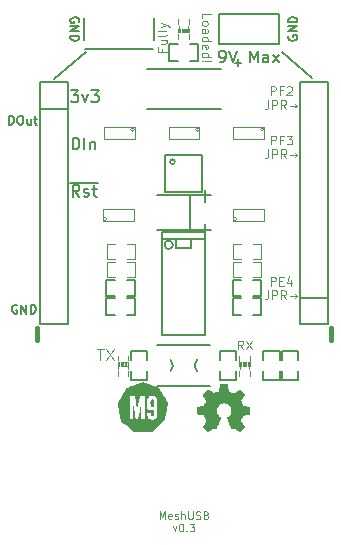
<source format=gto>
%FSLAX34Y34*%
G04 Gerber Fmt 3.4, Leading zero omitted, Abs format*
G04 (created by PCBNEW (2013-12-14 BZR 4555)-product) date Mon 24 Feb 2014 21:08:05 EST*
%MOIN*%
G01*
G70*
G90*
G04 APERTURE LIST*
%ADD10C,0.005906*%
%ADD11C,0.004921*%
%ADD12C,0.007382*%
%ADD13C,0.004429*%
%ADD14C,0.006890*%
%ADD15C,0.015000*%
%ADD16C,0.006000*%
%ADD17C,0.008000*%
%ADD18C,0.004700*%
%ADD19C,0.005000*%
%ADD20C,0.000100*%
%ADD21C,0.004000*%
%ADD22C,0.002600*%
%ADD23C,0.003100*%
%ADD24C,0.003445*%
G04 APERTURE END LIST*
G54D10*
G54D11*
X6571Y17218D02*
X6571Y17359D01*
X6866Y17359D01*
X6571Y17077D02*
X6585Y17106D01*
X6599Y17120D01*
X6627Y17134D01*
X6711Y17134D01*
X6739Y17120D01*
X6753Y17106D01*
X6767Y17077D01*
X6767Y17035D01*
X6753Y17007D01*
X6739Y16993D01*
X6711Y16979D01*
X6627Y16979D01*
X6599Y16993D01*
X6585Y17007D01*
X6571Y17035D01*
X6571Y17077D01*
X6571Y16726D02*
X6725Y16726D01*
X6753Y16740D01*
X6767Y16768D01*
X6767Y16824D01*
X6753Y16852D01*
X6585Y16726D02*
X6571Y16754D01*
X6571Y16824D01*
X6585Y16852D01*
X6613Y16866D01*
X6641Y16866D01*
X6669Y16852D01*
X6683Y16824D01*
X6683Y16754D01*
X6697Y16726D01*
X6571Y16459D02*
X6866Y16459D01*
X6585Y16459D02*
X6571Y16487D01*
X6571Y16543D01*
X6585Y16571D01*
X6599Y16585D01*
X6627Y16599D01*
X6711Y16599D01*
X6739Y16585D01*
X6753Y16571D01*
X6767Y16543D01*
X6767Y16487D01*
X6753Y16459D01*
X6585Y16206D02*
X6571Y16234D01*
X6571Y16290D01*
X6585Y16318D01*
X6613Y16332D01*
X6725Y16332D01*
X6753Y16318D01*
X6767Y16290D01*
X6767Y16234D01*
X6753Y16206D01*
X6725Y16192D01*
X6697Y16192D01*
X6669Y16332D01*
X6571Y15938D02*
X6866Y15938D01*
X6585Y15938D02*
X6571Y15967D01*
X6571Y16023D01*
X6585Y16051D01*
X6599Y16065D01*
X6627Y16079D01*
X6711Y16079D01*
X6739Y16065D01*
X6753Y16051D01*
X6767Y16023D01*
X6767Y15967D01*
X6753Y15938D01*
X6599Y15798D02*
X6585Y15784D01*
X6571Y15798D01*
X6585Y15812D01*
X6599Y15798D01*
X6571Y15798D01*
X6683Y15798D02*
X6852Y15812D01*
X6866Y15798D01*
X6852Y15784D01*
X6683Y15798D01*
X6866Y15798D01*
G54D10*
X7177Y15751D02*
X7252Y15751D01*
X7290Y15769D01*
X7308Y15788D01*
X7346Y15844D01*
X7365Y15919D01*
X7365Y16069D01*
X7346Y16107D01*
X7327Y16125D01*
X7290Y16144D01*
X7215Y16144D01*
X7177Y16125D01*
X7158Y16107D01*
X7140Y16069D01*
X7140Y15976D01*
X7158Y15938D01*
X7177Y15919D01*
X7215Y15901D01*
X7290Y15901D01*
X7327Y15919D01*
X7346Y15938D01*
X7365Y15976D01*
X7477Y16144D02*
X7608Y15751D01*
X7740Y16144D01*
X8171Y15751D02*
X8171Y16144D01*
X8302Y15863D01*
X8433Y16144D01*
X8433Y15751D01*
X8790Y15751D02*
X8790Y15957D01*
X8771Y15994D01*
X8733Y16013D01*
X8658Y16013D01*
X8621Y15994D01*
X8790Y15769D02*
X8752Y15751D01*
X8658Y15751D01*
X8621Y15769D01*
X8602Y15807D01*
X8602Y15844D01*
X8621Y15882D01*
X8658Y15901D01*
X8752Y15901D01*
X8790Y15919D01*
X8940Y15751D02*
X9146Y16013D01*
X8940Y16013D02*
X9146Y15751D01*
G54D12*
X2474Y17091D02*
X2488Y17119D01*
X2488Y17161D01*
X2474Y17203D01*
X2446Y17231D01*
X2418Y17245D01*
X2361Y17259D01*
X2319Y17259D01*
X2263Y17245D01*
X2235Y17231D01*
X2207Y17203D01*
X2193Y17161D01*
X2193Y17133D01*
X2207Y17091D01*
X2221Y17077D01*
X2319Y17077D01*
X2319Y17133D01*
X2193Y16950D02*
X2488Y16950D01*
X2193Y16781D01*
X2488Y16781D01*
X2193Y16641D02*
X2488Y16641D01*
X2488Y16570D01*
X2474Y16528D01*
X2446Y16500D01*
X2418Y16486D01*
X2361Y16472D01*
X2319Y16472D01*
X2263Y16486D01*
X2235Y16500D01*
X2207Y16528D01*
X2193Y16570D01*
X2193Y16641D01*
G54D11*
X8872Y14660D02*
X8872Y14955D01*
X8984Y14955D01*
X9012Y14941D01*
X9026Y14927D01*
X9040Y14899D01*
X9040Y14857D01*
X9026Y14829D01*
X9012Y14815D01*
X8984Y14801D01*
X8872Y14801D01*
X9265Y14815D02*
X9167Y14815D01*
X9167Y14660D02*
X9167Y14955D01*
X9307Y14955D01*
X9406Y14927D02*
X9420Y14941D01*
X9448Y14955D01*
X9518Y14955D01*
X9546Y14941D01*
X9561Y14927D01*
X9575Y14899D01*
X9575Y14871D01*
X9561Y14829D01*
X9392Y14660D01*
X9575Y14660D01*
X8780Y14493D02*
X8780Y14282D01*
X8766Y14240D01*
X8738Y14212D01*
X8696Y14198D01*
X8668Y14198D01*
X8921Y14198D02*
X8921Y14493D01*
X9033Y14493D01*
X9061Y14479D01*
X9075Y14465D01*
X9089Y14437D01*
X9089Y14394D01*
X9075Y14366D01*
X9061Y14352D01*
X9033Y14338D01*
X8921Y14338D01*
X9385Y14198D02*
X9286Y14338D01*
X9216Y14198D02*
X9216Y14493D01*
X9329Y14493D01*
X9357Y14479D01*
X9371Y14465D01*
X9385Y14437D01*
X9385Y14394D01*
X9371Y14366D01*
X9357Y14352D01*
X9329Y14338D01*
X9216Y14338D01*
X9511Y14310D02*
X9736Y14310D01*
X9680Y14254D02*
X9736Y14310D01*
X9680Y14366D01*
X8875Y13015D02*
X8875Y13310D01*
X8988Y13310D01*
X9016Y13296D01*
X9030Y13282D01*
X9044Y13254D01*
X9044Y13211D01*
X9030Y13183D01*
X9016Y13169D01*
X8988Y13155D01*
X8875Y13155D01*
X9269Y13169D02*
X9171Y13169D01*
X9171Y13015D02*
X9171Y13310D01*
X9311Y13310D01*
X9396Y13310D02*
X9579Y13310D01*
X9480Y13197D01*
X9522Y13197D01*
X9550Y13183D01*
X9564Y13169D01*
X9579Y13141D01*
X9579Y13071D01*
X9564Y13043D01*
X9550Y13029D01*
X9522Y13015D01*
X9438Y13015D01*
X9410Y13029D01*
X9396Y13043D01*
X8784Y12847D02*
X8784Y12636D01*
X8770Y12594D01*
X8742Y12566D01*
X8700Y12552D01*
X8672Y12552D01*
X8925Y12552D02*
X8925Y12847D01*
X9037Y12847D01*
X9065Y12833D01*
X9079Y12819D01*
X9093Y12791D01*
X9093Y12749D01*
X9079Y12721D01*
X9065Y12707D01*
X9037Y12693D01*
X8925Y12693D01*
X9389Y12552D02*
X9290Y12693D01*
X9220Y12552D02*
X9220Y12847D01*
X9332Y12847D01*
X9361Y12833D01*
X9375Y12819D01*
X9389Y12791D01*
X9389Y12749D01*
X9375Y12721D01*
X9361Y12707D01*
X9332Y12693D01*
X9220Y12693D01*
X9515Y12664D02*
X9740Y12664D01*
X9684Y12608D02*
X9740Y12664D01*
X9684Y12721D01*
G54D13*
X8861Y8311D02*
X8861Y8607D01*
X8973Y8607D01*
X9001Y8593D01*
X9015Y8578D01*
X9029Y8550D01*
X9029Y8508D01*
X9015Y8480D01*
X9001Y8466D01*
X8973Y8452D01*
X8861Y8452D01*
X9156Y8466D02*
X9254Y8466D01*
X9296Y8311D02*
X9156Y8311D01*
X9156Y8607D01*
X9296Y8607D01*
X9550Y8508D02*
X9550Y8311D01*
X9479Y8621D02*
X9409Y8410D01*
X9592Y8410D01*
X8776Y8149D02*
X8776Y7938D01*
X8762Y7896D01*
X8734Y7868D01*
X8692Y7854D01*
X8664Y7854D01*
X8917Y7854D02*
X8917Y8149D01*
X9029Y8149D01*
X9057Y8135D01*
X9071Y8121D01*
X9086Y8093D01*
X9086Y8050D01*
X9071Y8022D01*
X9057Y8008D01*
X9029Y7994D01*
X8917Y7994D01*
X9381Y7854D02*
X9282Y7994D01*
X9212Y7854D02*
X9212Y8149D01*
X9325Y8149D01*
X9353Y8135D01*
X9367Y8121D01*
X9381Y8093D01*
X9381Y8050D01*
X9367Y8022D01*
X9353Y8008D01*
X9325Y7994D01*
X9212Y7994D01*
X9507Y7966D02*
X9732Y7966D01*
X9676Y7910D02*
X9732Y7966D01*
X9676Y8022D01*
G54D10*
X2487Y11273D02*
X2356Y11460D01*
X2262Y11273D02*
X2262Y11666D01*
X2412Y11666D01*
X2450Y11648D01*
X2469Y11629D01*
X2487Y11591D01*
X2487Y11535D01*
X2469Y11498D01*
X2450Y11479D01*
X2412Y11460D01*
X2262Y11460D01*
X2637Y11291D02*
X2675Y11273D01*
X2750Y11273D01*
X2787Y11291D01*
X2806Y11329D01*
X2806Y11348D01*
X2787Y11385D01*
X2750Y11404D01*
X2694Y11404D01*
X2656Y11423D01*
X2637Y11460D01*
X2637Y11479D01*
X2656Y11516D01*
X2694Y11535D01*
X2750Y11535D01*
X2787Y11516D01*
X2919Y11535D02*
X3068Y11535D01*
X2975Y11666D02*
X2975Y11329D01*
X2994Y11291D01*
X3031Y11273D01*
X3068Y11273D01*
X2169Y11734D02*
X3106Y11734D01*
X2262Y12847D02*
X2262Y13241D01*
X2356Y13241D01*
X2412Y13222D01*
X2450Y13185D01*
X2469Y13147D01*
X2487Y13072D01*
X2487Y13016D01*
X2469Y12941D01*
X2450Y12904D01*
X2412Y12866D01*
X2356Y12847D01*
X2262Y12847D01*
X2656Y12847D02*
X2656Y13241D01*
X2844Y13110D02*
X2844Y12847D01*
X2844Y13072D02*
X2862Y13091D01*
X2900Y13110D01*
X2956Y13110D01*
X2994Y13091D01*
X3012Y13054D01*
X3012Y12847D01*
X144Y13679D02*
X144Y13975D01*
X214Y13975D01*
X257Y13961D01*
X285Y13932D01*
X299Y13904D01*
X313Y13848D01*
X313Y13806D01*
X299Y13750D01*
X285Y13721D01*
X257Y13693D01*
X214Y13679D01*
X144Y13679D01*
X496Y13975D02*
X552Y13975D01*
X580Y13961D01*
X608Y13932D01*
X622Y13876D01*
X622Y13778D01*
X608Y13721D01*
X580Y13693D01*
X552Y13679D01*
X496Y13679D01*
X467Y13693D01*
X439Y13721D01*
X425Y13778D01*
X425Y13876D01*
X439Y13932D01*
X467Y13961D01*
X496Y13975D01*
X875Y13876D02*
X875Y13679D01*
X749Y13876D02*
X749Y13721D01*
X763Y13693D01*
X791Y13679D01*
X833Y13679D01*
X861Y13693D01*
X875Y13707D01*
X974Y13876D02*
X1086Y13876D01*
X1016Y13975D02*
X1016Y13721D01*
X1030Y13693D01*
X1058Y13679D01*
X1086Y13679D01*
G54D12*
X412Y7661D02*
X384Y7675D01*
X342Y7675D01*
X300Y7661D01*
X272Y7633D01*
X258Y7605D01*
X244Y7549D01*
X244Y7507D01*
X258Y7450D01*
X272Y7422D01*
X300Y7394D01*
X342Y7380D01*
X370Y7380D01*
X412Y7394D01*
X426Y7408D01*
X426Y7507D01*
X370Y7507D01*
X553Y7380D02*
X553Y7675D01*
X722Y7380D01*
X722Y7675D01*
X862Y7380D02*
X862Y7675D01*
X933Y7675D01*
X975Y7661D01*
X1003Y7633D01*
X1017Y7605D01*
X1031Y7549D01*
X1031Y7507D01*
X1017Y7450D01*
X1003Y7422D01*
X975Y7394D01*
X933Y7380D01*
X862Y7380D01*
G54D14*
X2212Y14816D02*
X2456Y14816D01*
X2324Y14666D01*
X2381Y14666D01*
X2418Y14647D01*
X2437Y14628D01*
X2456Y14591D01*
X2456Y14497D01*
X2437Y14460D01*
X2418Y14441D01*
X2381Y14422D01*
X2268Y14422D01*
X2231Y14441D01*
X2212Y14460D01*
X2587Y14685D02*
X2681Y14422D01*
X2774Y14685D01*
X2887Y14816D02*
X3131Y14816D01*
X2999Y14666D01*
X3056Y14666D01*
X3093Y14647D01*
X3112Y14628D01*
X3131Y14591D01*
X3131Y14497D01*
X3112Y14460D01*
X3093Y14441D01*
X3056Y14422D01*
X2943Y14422D01*
X2906Y14441D01*
X2887Y14460D01*
G54D11*
X7942Y6181D02*
X7844Y6321D01*
X7774Y6181D02*
X7774Y6476D01*
X7886Y6476D01*
X7914Y6462D01*
X7928Y6448D01*
X7942Y6420D01*
X7942Y6378D01*
X7928Y6350D01*
X7914Y6336D01*
X7886Y6321D01*
X7774Y6321D01*
X8041Y6476D02*
X8238Y6181D01*
X8238Y6476D02*
X8041Y6181D01*
X3070Y6211D02*
X3295Y6211D01*
X3182Y5817D02*
X3182Y6211D01*
X3388Y6211D02*
X3651Y5817D01*
X3651Y6211D02*
X3388Y5817D01*
X5246Y16212D02*
X5246Y16113D01*
X5401Y16113D02*
X5106Y16113D01*
X5106Y16254D01*
X5204Y16493D02*
X5401Y16493D01*
X5204Y16366D02*
X5359Y16366D01*
X5387Y16381D01*
X5401Y16409D01*
X5401Y16451D01*
X5387Y16479D01*
X5373Y16493D01*
X5401Y16676D02*
X5387Y16648D01*
X5359Y16634D01*
X5106Y16634D01*
X5401Y16830D02*
X5387Y16802D01*
X5359Y16788D01*
X5106Y16788D01*
X5204Y16915D02*
X5401Y16985D01*
X5204Y17055D02*
X5401Y16985D01*
X5471Y16957D01*
X5485Y16943D01*
X5499Y16915D01*
G54D12*
X9462Y16641D02*
X9448Y16613D01*
X9448Y16570D01*
X9462Y16528D01*
X9490Y16500D01*
X9518Y16486D01*
X9575Y16472D01*
X9617Y16472D01*
X9673Y16486D01*
X9701Y16500D01*
X9729Y16528D01*
X9743Y16570D01*
X9743Y16598D01*
X9729Y16641D01*
X9715Y16655D01*
X9617Y16655D01*
X9617Y16598D01*
X9743Y16781D02*
X9448Y16781D01*
X9743Y16950D01*
X9448Y16950D01*
X9743Y17091D02*
X9448Y17091D01*
X9448Y17161D01*
X9462Y17203D01*
X9490Y17231D01*
X9518Y17245D01*
X9575Y17259D01*
X9617Y17259D01*
X9673Y17245D01*
X9701Y17231D01*
X9729Y17203D01*
X9743Y17161D01*
X9743Y17091D01*
G54D11*
X5170Y528D02*
X5170Y784D01*
X5255Y602D01*
X5340Y784D01*
X5340Y528D01*
X5560Y541D02*
X5535Y528D01*
X5487Y528D01*
X5462Y541D01*
X5450Y565D01*
X5450Y662D01*
X5462Y687D01*
X5487Y699D01*
X5535Y699D01*
X5560Y687D01*
X5572Y662D01*
X5572Y638D01*
X5450Y614D01*
X5669Y541D02*
X5694Y528D01*
X5743Y528D01*
X5767Y541D01*
X5779Y565D01*
X5779Y577D01*
X5767Y602D01*
X5743Y614D01*
X5706Y614D01*
X5682Y626D01*
X5669Y650D01*
X5669Y662D01*
X5682Y687D01*
X5706Y699D01*
X5743Y699D01*
X5767Y687D01*
X5889Y528D02*
X5889Y784D01*
X5998Y528D02*
X5998Y662D01*
X5986Y687D01*
X5962Y699D01*
X5925Y699D01*
X5901Y687D01*
X5889Y675D01*
X6120Y784D02*
X6120Y577D01*
X6133Y553D01*
X6145Y541D01*
X6169Y528D01*
X6218Y528D01*
X6242Y541D01*
X6254Y553D01*
X6267Y577D01*
X6267Y784D01*
X6376Y541D02*
X6413Y528D01*
X6474Y528D01*
X6498Y541D01*
X6510Y553D01*
X6522Y577D01*
X6522Y602D01*
X6510Y626D01*
X6498Y638D01*
X6474Y650D01*
X6425Y662D01*
X6401Y675D01*
X6388Y687D01*
X6376Y711D01*
X6376Y736D01*
X6388Y760D01*
X6401Y772D01*
X6425Y784D01*
X6486Y784D01*
X6522Y772D01*
X6717Y662D02*
X6754Y650D01*
X6766Y638D01*
X6778Y614D01*
X6778Y577D01*
X6766Y553D01*
X6754Y541D01*
X6730Y528D01*
X6632Y528D01*
X6632Y784D01*
X6717Y784D01*
X6742Y772D01*
X6754Y760D01*
X6766Y736D01*
X6766Y711D01*
X6754Y687D01*
X6742Y675D01*
X6717Y662D01*
X6632Y662D01*
X5602Y292D02*
X5663Y121D01*
X5724Y292D01*
X5871Y377D02*
X5895Y377D01*
X5919Y365D01*
X5931Y352D01*
X5944Y328D01*
X5956Y279D01*
X5956Y218D01*
X5944Y170D01*
X5931Y145D01*
X5919Y133D01*
X5895Y121D01*
X5871Y121D01*
X5846Y133D01*
X5834Y145D01*
X5822Y170D01*
X5810Y218D01*
X5810Y279D01*
X5822Y328D01*
X5834Y352D01*
X5846Y365D01*
X5871Y377D01*
X6065Y145D02*
X6078Y133D01*
X6065Y121D01*
X6053Y133D01*
X6065Y145D01*
X6065Y121D01*
X6163Y377D02*
X6321Y377D01*
X6236Y279D01*
X6273Y279D01*
X6297Y267D01*
X6309Y255D01*
X6321Y231D01*
X6321Y170D01*
X6309Y145D01*
X6297Y133D01*
X6273Y121D01*
X6200Y121D01*
X6175Y133D01*
X6163Y145D01*
G54D10*
X2701Y16096D02*
X1638Y15191D01*
X9236Y16096D02*
X10228Y15246D01*
G54D15*
X1068Y6900D02*
X1068Y6500D01*
X10868Y6900D02*
X10868Y6500D01*
G54D16*
X9133Y17366D02*
X9133Y16366D01*
X9133Y16366D02*
X7133Y16366D01*
X7133Y16366D02*
X7133Y17366D01*
X7133Y17366D02*
X9133Y17366D01*
X5672Y12443D02*
G75*
G03X5672Y12443I-79J0D01*
G74*
G01*
G54D17*
X6578Y12043D02*
X6578Y12653D01*
X6578Y12653D02*
X5358Y12653D01*
X5358Y12653D02*
X5358Y11433D01*
X5358Y11433D02*
X6578Y11433D01*
X6578Y11433D02*
X6578Y12043D01*
G54D10*
X5527Y5452D02*
G75*
G03X5531Y5834I-188J192D01*
G74*
G01*
X6409Y5838D02*
G75*
G03X6405Y5456I188J-192D01*
G74*
G01*
X5082Y4976D02*
X6854Y4976D01*
X5082Y6314D02*
X6854Y6314D01*
G54D18*
X8267Y8582D02*
X8542Y8582D01*
X7873Y8582D02*
X7598Y8582D01*
X8267Y9094D02*
X8542Y9094D01*
X7598Y9094D02*
X7873Y9094D01*
X8542Y9088D02*
X8542Y8588D01*
X7598Y8588D02*
X7598Y9088D01*
X3669Y9094D02*
X3394Y9094D01*
X4063Y9094D02*
X4338Y9094D01*
X3669Y8582D02*
X3394Y8582D01*
X4338Y8582D02*
X4063Y8582D01*
X3394Y8588D02*
X3394Y9088D01*
X4338Y9088D02*
X4338Y8588D01*
X4063Y9192D02*
X4338Y9192D01*
X3669Y9192D02*
X3394Y9192D01*
X4063Y9704D02*
X4338Y9704D01*
X3394Y9704D02*
X3669Y9704D01*
X4338Y9698D02*
X4338Y9198D01*
X3394Y9198D02*
X3394Y9698D01*
G54D19*
X8267Y7343D02*
X8545Y7343D01*
X8545Y7343D02*
X8545Y7893D01*
X8545Y7893D02*
X8267Y7893D01*
X7595Y7343D02*
X7873Y7343D01*
X7595Y7343D02*
X7595Y7893D01*
X7595Y7893D02*
X7873Y7893D01*
X3669Y7893D02*
X3391Y7893D01*
X3391Y7893D02*
X3391Y7343D01*
X3391Y7343D02*
X3669Y7343D01*
X4341Y7893D02*
X4063Y7893D01*
X4341Y7893D02*
X4341Y7343D01*
X4341Y7343D02*
X4063Y7343D01*
X7719Y5842D02*
X7719Y6120D01*
X7719Y6120D02*
X7169Y6120D01*
X7169Y6120D02*
X7169Y5842D01*
X7719Y5170D02*
X7719Y5448D01*
X7719Y5170D02*
X7169Y5170D01*
X7169Y5170D02*
X7169Y5448D01*
X4747Y5842D02*
X4747Y6120D01*
X4747Y6120D02*
X4197Y6120D01*
X4197Y6120D02*
X4197Y5842D01*
X4747Y5170D02*
X4747Y5448D01*
X4747Y5170D02*
X4197Y5170D01*
X4197Y5170D02*
X4197Y5448D01*
X4063Y7953D02*
X4341Y7953D01*
X4341Y7953D02*
X4341Y8503D01*
X4341Y8503D02*
X4063Y8503D01*
X3391Y7953D02*
X3669Y7953D01*
X3391Y7953D02*
X3391Y8503D01*
X3391Y8503D02*
X3669Y8503D01*
X7873Y8503D02*
X7595Y8503D01*
X7595Y8503D02*
X7595Y7953D01*
X7595Y7953D02*
X7873Y7953D01*
X8545Y8503D02*
X8267Y8503D01*
X8545Y8503D02*
X8545Y7953D01*
X8545Y7953D02*
X8267Y7953D01*
X6165Y15803D02*
X6443Y15803D01*
X6443Y15803D02*
X6443Y16353D01*
X6443Y16353D02*
X6165Y16353D01*
X5493Y15803D02*
X5771Y15803D01*
X5493Y15803D02*
X5493Y16353D01*
X5493Y16353D02*
X5771Y16353D01*
G54D20*
G36*
X6770Y3437D02*
X6780Y3441D01*
X6800Y3455D01*
X6830Y3474D01*
X6865Y3497D01*
X6900Y3521D01*
X6929Y3540D01*
X6949Y3553D01*
X6957Y3558D01*
X6962Y3556D01*
X6979Y3548D01*
X7003Y3536D01*
X7017Y3528D01*
X7039Y3519D01*
X7050Y3517D01*
X7052Y3520D01*
X7060Y3537D01*
X7073Y3566D01*
X7090Y3604D01*
X7109Y3649D01*
X7129Y3698D01*
X7150Y3747D01*
X7169Y3794D01*
X7187Y3837D01*
X7201Y3871D01*
X7210Y3895D01*
X7213Y3906D01*
X7212Y3908D01*
X7201Y3919D01*
X7182Y3933D01*
X7140Y3967D01*
X7098Y4019D01*
X7073Y4077D01*
X7065Y4143D01*
X7072Y4203D01*
X7096Y4261D01*
X7136Y4313D01*
X7185Y4352D01*
X7243Y4376D01*
X7307Y4384D01*
X7368Y4377D01*
X7428Y4354D01*
X7480Y4314D01*
X7502Y4289D01*
X7532Y4236D01*
X7550Y4180D01*
X7552Y4165D01*
X7549Y4103D01*
X7531Y4043D01*
X7498Y3990D01*
X7452Y3946D01*
X7447Y3942D01*
X7425Y3926D01*
X7411Y3915D01*
X7400Y3906D01*
X7479Y3716D01*
X7492Y3685D01*
X7514Y3633D01*
X7533Y3588D01*
X7548Y3553D01*
X7559Y3529D01*
X7563Y3519D01*
X7564Y3519D01*
X7571Y3517D01*
X7585Y3523D01*
X7612Y3536D01*
X7630Y3545D01*
X7650Y3554D01*
X7659Y3558D01*
X7667Y3554D01*
X7686Y3541D01*
X7714Y3522D01*
X7749Y3499D01*
X7781Y3477D01*
X7811Y3457D01*
X7833Y3443D01*
X7843Y3438D01*
X7845Y3438D01*
X7854Y3443D01*
X7871Y3457D01*
X7897Y3482D01*
X7934Y3518D01*
X7940Y3524D01*
X7970Y3554D01*
X7994Y3580D01*
X8011Y3598D01*
X8017Y3607D01*
X8017Y3607D01*
X8011Y3617D01*
X7998Y3639D01*
X7978Y3669D01*
X7954Y3705D01*
X7891Y3796D01*
X7925Y3883D01*
X7936Y3909D01*
X7949Y3942D01*
X7960Y3965D01*
X7965Y3975D01*
X7974Y3978D01*
X7998Y3984D01*
X8032Y3991D01*
X8073Y3998D01*
X8112Y4006D01*
X8147Y4012D01*
X8173Y4017D01*
X8184Y4019D01*
X8187Y4021D01*
X8189Y4027D01*
X8191Y4039D01*
X8192Y4060D01*
X8192Y4094D01*
X8192Y4143D01*
X8192Y4148D01*
X8192Y4195D01*
X8191Y4232D01*
X8190Y4255D01*
X8188Y4265D01*
X8188Y4265D01*
X8177Y4268D01*
X8152Y4273D01*
X8117Y4280D01*
X8075Y4288D01*
X8072Y4288D01*
X8030Y4297D01*
X7995Y4304D01*
X7971Y4309D01*
X7960Y4313D01*
X7958Y4316D01*
X7950Y4332D01*
X7938Y4358D01*
X7924Y4390D01*
X7910Y4423D01*
X7898Y4452D01*
X7890Y4474D01*
X7888Y4484D01*
X7888Y4485D01*
X7894Y4495D01*
X7909Y4516D01*
X7929Y4546D01*
X7953Y4582D01*
X7955Y4585D01*
X7979Y4620D01*
X7999Y4650D01*
X8012Y4672D01*
X8017Y4681D01*
X8017Y4682D01*
X8009Y4692D01*
X7991Y4712D01*
X7965Y4739D01*
X7934Y4771D01*
X7924Y4780D01*
X7890Y4814D01*
X7866Y4836D01*
X7851Y4848D01*
X7844Y4850D01*
X7843Y4850D01*
X7833Y4844D01*
X7810Y4829D01*
X7780Y4809D01*
X7744Y4784D01*
X7742Y4782D01*
X7706Y4758D01*
X7677Y4738D01*
X7656Y4725D01*
X7647Y4719D01*
X7645Y4719D01*
X7631Y4723D01*
X7605Y4732D01*
X7574Y4744D01*
X7542Y4757D01*
X7512Y4770D01*
X7490Y4780D01*
X7479Y4786D01*
X7479Y4786D01*
X7475Y4799D01*
X7469Y4826D01*
X7461Y4862D01*
X7453Y4905D01*
X7452Y4912D01*
X7444Y4955D01*
X7437Y4990D01*
X7432Y5014D01*
X7430Y5024D01*
X7424Y5025D01*
X7403Y5026D01*
X7372Y5027D01*
X7333Y5028D01*
X7294Y5027D01*
X7255Y5027D01*
X7221Y5025D01*
X7197Y5024D01*
X7187Y5022D01*
X7187Y5021D01*
X7183Y5008D01*
X7178Y4982D01*
X7170Y4945D01*
X7162Y4901D01*
X7160Y4894D01*
X7152Y4852D01*
X7145Y4817D01*
X7140Y4793D01*
X7138Y4784D01*
X7134Y4782D01*
X7116Y4774D01*
X7088Y4763D01*
X7053Y4749D01*
X6972Y4716D01*
X6873Y4784D01*
X6864Y4790D01*
X6828Y4814D01*
X6798Y4834D01*
X6778Y4847D01*
X6770Y4852D01*
X6769Y4852D01*
X6759Y4843D01*
X6739Y4825D01*
X6712Y4798D01*
X6681Y4767D01*
X6658Y4744D01*
X6630Y4716D01*
X6613Y4697D01*
X6604Y4685D01*
X6600Y4678D01*
X6601Y4673D01*
X6607Y4663D01*
X6622Y4641D01*
X6643Y4611D01*
X6667Y4576D01*
X6687Y4546D01*
X6708Y4513D01*
X6722Y4489D01*
X6727Y4478D01*
X6726Y4473D01*
X6719Y4453D01*
X6707Y4424D01*
X6692Y4389D01*
X6658Y4310D01*
X6606Y4300D01*
X6575Y4294D01*
X6531Y4286D01*
X6489Y4278D01*
X6424Y4265D01*
X6422Y4026D01*
X6432Y4021D01*
X6441Y4019D01*
X6466Y4013D01*
X6500Y4006D01*
X6541Y3999D01*
X6576Y3992D01*
X6611Y3986D01*
X6636Y3981D01*
X6647Y3978D01*
X6650Y3975D01*
X6658Y3958D01*
X6671Y3931D01*
X6685Y3898D01*
X6699Y3865D01*
X6711Y3834D01*
X6720Y3810D01*
X6723Y3798D01*
X6718Y3789D01*
X6705Y3768D01*
X6686Y3739D01*
X6662Y3704D01*
X6638Y3669D01*
X6618Y3639D01*
X6604Y3618D01*
X6598Y3608D01*
X6601Y3602D01*
X6615Y3585D01*
X6641Y3558D01*
X6680Y3519D01*
X6687Y3513D01*
X6718Y3483D01*
X6744Y3459D01*
X6762Y3443D01*
X6770Y3437D01*
X6770Y3437D01*
G37*
G54D10*
X6677Y9996D02*
X6677Y10377D01*
X6677Y11314D02*
X6677Y11110D01*
X6677Y11110D02*
X6677Y11492D01*
X6185Y11314D02*
X6185Y10173D01*
X6893Y10173D02*
X5082Y10173D01*
X6893Y11314D02*
X5082Y11314D01*
X2110Y14207D02*
X1165Y14207D01*
X1165Y7022D02*
X1165Y15092D01*
X1165Y15092D02*
X2110Y15092D01*
X2110Y15092D02*
X2110Y7022D01*
X2110Y7022D02*
X1165Y7022D01*
X9827Y7907D02*
X10772Y7907D01*
X10772Y15092D02*
X10772Y7022D01*
X10772Y7022D02*
X9827Y7022D01*
X9827Y7022D02*
X9827Y15092D01*
X9827Y15092D02*
X10772Y15092D01*
X3960Y5673D02*
X3960Y5740D01*
X3960Y5740D02*
X3913Y5740D01*
X3913Y5740D02*
X3913Y5669D01*
G54D21*
X3783Y5531D02*
X3783Y5755D01*
X4098Y5535D02*
X4098Y5751D01*
G54D22*
X4117Y5822D02*
X4117Y5979D01*
X3763Y5822D02*
X3763Y5979D01*
X4117Y5311D02*
X4117Y5468D01*
X3763Y5311D02*
X3763Y5468D01*
X3763Y5645D02*
X3822Y5645D01*
X3822Y5645D02*
X3822Y5763D01*
X3763Y5763D02*
X3822Y5763D01*
X3763Y5645D02*
X3763Y5763D01*
X4058Y5645D02*
X4117Y5645D01*
X4117Y5645D02*
X4117Y5763D01*
X4058Y5763D02*
X4117Y5763D01*
X4058Y5645D02*
X4058Y5763D01*
X3881Y5645D02*
X3999Y5645D01*
X3999Y5645D02*
X3999Y5763D01*
X3881Y5763D02*
X3999Y5763D01*
X3881Y5645D02*
X3881Y5763D01*
G54D10*
X8015Y5661D02*
X8015Y5728D01*
X8015Y5728D02*
X7968Y5728D01*
X7968Y5728D02*
X7968Y5657D01*
G54D21*
X7838Y5519D02*
X7838Y5744D01*
X8153Y5523D02*
X8153Y5740D01*
G54D22*
X8173Y5810D02*
X8173Y5967D01*
X7819Y5810D02*
X7819Y5967D01*
X8173Y5299D02*
X8173Y5456D01*
X7819Y5299D02*
X7819Y5456D01*
X7819Y5633D02*
X7878Y5633D01*
X7878Y5633D02*
X7878Y5751D01*
X7819Y5751D02*
X7878Y5751D01*
X7819Y5633D02*
X7819Y5751D01*
X8114Y5633D02*
X8173Y5633D01*
X8173Y5633D02*
X8173Y5751D01*
X8114Y5751D02*
X8173Y5751D01*
X8114Y5633D02*
X8114Y5751D01*
X7937Y5633D02*
X8055Y5633D01*
X8055Y5633D02*
X8055Y5751D01*
X7937Y5751D02*
X8055Y5751D01*
X7937Y5633D02*
X7937Y5751D01*
G54D10*
X5948Y16838D02*
X5948Y16771D01*
X5948Y16771D02*
X5996Y16771D01*
X5996Y16771D02*
X5996Y16842D01*
G54D21*
X6125Y16980D02*
X6125Y16755D01*
X5811Y16976D02*
X5811Y16759D01*
G54D22*
X5791Y16689D02*
X5791Y16532D01*
X6145Y16689D02*
X6145Y16532D01*
X5791Y17200D02*
X5791Y17043D01*
X6145Y17200D02*
X6145Y17043D01*
X6145Y16866D02*
X6086Y16866D01*
X6086Y16866D02*
X6086Y16748D01*
X6145Y16748D02*
X6086Y16748D01*
X6145Y16866D02*
X6145Y16748D01*
X5850Y16866D02*
X5791Y16866D01*
X5791Y16866D02*
X5791Y16748D01*
X5850Y16748D02*
X5791Y16748D01*
X5850Y16866D02*
X5850Y16748D01*
X6027Y16866D02*
X5909Y16866D01*
X5909Y16866D02*
X5909Y16748D01*
X6027Y16748D02*
X5909Y16748D01*
X6027Y16866D02*
X6027Y16748D01*
G54D10*
X6677Y6657D02*
X6677Y10082D01*
X6677Y10082D02*
X5259Y10082D01*
X5259Y10082D02*
X5259Y6657D01*
X5267Y6657D02*
X6673Y6657D01*
G54D16*
X5268Y9870D02*
X6668Y9870D01*
G54D19*
X5609Y9670D02*
G75*
G03X5609Y9670I-141J0D01*
G74*
G01*
X6218Y9870D02*
X6218Y9570D01*
X6218Y9570D02*
X5718Y9570D01*
X5718Y9570D02*
X5718Y9870D01*
X8622Y5448D02*
X8622Y5170D01*
X8622Y5170D02*
X9172Y5170D01*
X9172Y5170D02*
X9172Y5448D01*
X8622Y6120D02*
X8622Y5842D01*
X8622Y6120D02*
X9172Y6120D01*
X9172Y6120D02*
X9172Y5842D01*
X9240Y5448D02*
X9240Y5170D01*
X9240Y5170D02*
X9790Y5170D01*
X9790Y5170D02*
X9790Y5448D01*
X9240Y6120D02*
X9240Y5842D01*
X9240Y6120D02*
X9790Y6120D01*
X9790Y6120D02*
X9790Y5842D01*
G54D18*
X7873Y9704D02*
X7598Y9704D01*
X8267Y9704D02*
X8542Y9704D01*
X7873Y9192D02*
X7598Y9192D01*
X8542Y9192D02*
X8267Y9192D01*
X7598Y9198D02*
X7598Y9698D01*
X8542Y9698D02*
X8542Y9198D01*
G54D10*
X4944Y16196D02*
X2661Y16196D01*
X4964Y16866D02*
X4964Y16511D01*
X4964Y16866D02*
X4964Y17220D01*
X2641Y16866D02*
X2641Y16511D01*
X2641Y16866D02*
X2641Y17220D01*
X4728Y15527D02*
X7208Y15527D01*
X7208Y14188D02*
X4728Y14188D01*
G54D23*
X3402Y10527D02*
G75*
G03X3402Y10527I-62J0D01*
G74*
G01*
X4303Y10865D02*
X4303Y10465D01*
X3278Y10865D02*
X3278Y10465D01*
X4303Y10465D02*
X3278Y10465D01*
X3278Y10865D02*
X4303Y10865D01*
X8647Y13519D02*
G75*
G03X8647Y13519I-62J0D01*
G74*
G01*
X7622Y13181D02*
X7622Y13581D01*
X8647Y13181D02*
X8647Y13581D01*
X7622Y13581D02*
X8647Y13581D01*
X8647Y13181D02*
X7622Y13181D01*
X7733Y10527D02*
G75*
G03X7733Y10527I-62J0D01*
G74*
G01*
X8633Y10865D02*
X8633Y10465D01*
X7608Y10865D02*
X7608Y10465D01*
X8633Y10465D02*
X7608Y10465D01*
X7608Y10865D02*
X8633Y10865D01*
X6494Y13519D02*
G75*
G03X6494Y13519I-62J0D01*
G74*
G01*
X5468Y13181D02*
X5468Y13581D01*
X6493Y13181D02*
X6493Y13581D01*
X5468Y13581D02*
X6493Y13581D01*
X6493Y13181D02*
X5468Y13181D01*
X4328Y13519D02*
G75*
G03X4328Y13519I-62J0D01*
G74*
G01*
X3303Y13181D02*
X3303Y13581D01*
X4328Y13181D02*
X4328Y13581D01*
X3303Y13581D02*
X4328Y13581D01*
X4328Y13181D02*
X3303Y13181D01*
G54D20*
G36*
X5438Y4402D02*
X5437Y4390D01*
X5433Y4360D01*
X5427Y4317D01*
X5418Y4261D01*
X5408Y4196D01*
X5396Y4124D01*
X5393Y4106D01*
X5344Y3821D01*
X5124Y3633D01*
X5089Y3603D01*
X5089Y4210D01*
X5089Y4239D01*
X5089Y4329D01*
X5088Y4401D01*
X5086Y4457D01*
X5083Y4501D01*
X5078Y4534D01*
X5070Y4558D01*
X5060Y4577D01*
X5046Y4592D01*
X5029Y4606D01*
X5019Y4612D01*
X4998Y4624D01*
X4978Y4631D01*
X4950Y4633D01*
X4910Y4633D01*
X4906Y4632D01*
X4865Y4630D01*
X4840Y4626D01*
X4822Y4618D01*
X4806Y4605D01*
X4794Y4593D01*
X4771Y4561D01*
X4755Y4521D01*
X4745Y4470D01*
X4740Y4405D01*
X4739Y4356D01*
X4742Y4286D01*
X4753Y4232D01*
X4771Y4193D01*
X4797Y4166D01*
X4810Y4158D01*
X4847Y4148D01*
X4889Y4147D01*
X4927Y4156D01*
X4949Y4169D01*
X4958Y4177D01*
X4964Y4177D01*
X4967Y4168D01*
X4969Y4145D01*
X4969Y4107D01*
X4969Y4089D01*
X4967Y4033D01*
X4962Y3994D01*
X4951Y3969D01*
X4934Y3957D01*
X4913Y3954D01*
X4889Y3963D01*
X4874Y3988D01*
X4869Y4028D01*
X4869Y4064D01*
X4814Y4064D01*
X4759Y4064D01*
X4759Y4008D01*
X4765Y3953D01*
X4783Y3909D01*
X4811Y3877D01*
X4847Y3855D01*
X4894Y3844D01*
X4944Y3843D01*
X4992Y3853D01*
X5027Y3871D01*
X5044Y3884D01*
X5058Y3898D01*
X5068Y3915D01*
X5076Y3937D01*
X5082Y3967D01*
X5085Y4007D01*
X5087Y4059D01*
X5089Y4126D01*
X5089Y4210D01*
X5089Y3603D01*
X4904Y3445D01*
X4669Y3445D01*
X4669Y3854D01*
X4669Y4244D01*
X4669Y4634D01*
X4585Y4634D01*
X4501Y4634D01*
X4464Y4441D01*
X4453Y4381D01*
X4441Y4326D01*
X4432Y4280D01*
X4425Y4247D01*
X4421Y4230D01*
X4421Y4229D01*
X4417Y4232D01*
X4411Y4252D01*
X4402Y4289D01*
X4390Y4339D01*
X4377Y4402D01*
X4374Y4419D01*
X4333Y4629D01*
X4251Y4632D01*
X4169Y4635D01*
X4169Y4244D01*
X4169Y3854D01*
X4224Y3854D01*
X4279Y3854D01*
X4280Y4121D01*
X4280Y4389D01*
X4308Y4244D01*
X4321Y4178D01*
X4334Y4106D01*
X4347Y4036D01*
X4358Y3977D01*
X4359Y3976D01*
X4381Y3853D01*
X4417Y3856D01*
X4453Y3859D01*
X4503Y4134D01*
X4554Y4409D01*
X4556Y4131D01*
X4559Y3854D01*
X4614Y3854D01*
X4669Y3854D01*
X4669Y3445D01*
X4607Y3444D01*
X4311Y3444D01*
X4097Y3620D01*
X4041Y3667D01*
X3990Y3709D01*
X3946Y3746D01*
X3911Y3775D01*
X3886Y3795D01*
X3876Y3804D01*
X3875Y3804D01*
X3872Y3816D01*
X3865Y3844D01*
X3856Y3887D01*
X3844Y3942D01*
X3832Y4008D01*
X3818Y4080D01*
X3815Y4099D01*
X3762Y4387D01*
X3905Y4638D01*
X3942Y4702D01*
X3976Y4761D01*
X4007Y4812D01*
X4032Y4852D01*
X4050Y4881D01*
X4060Y4894D01*
X4061Y4895D01*
X4073Y4900D01*
X4102Y4911D01*
X4144Y4927D01*
X4198Y4948D01*
X4260Y4971D01*
X4328Y4996D01*
X4336Y4999D01*
X4599Y5096D01*
X4873Y4998D01*
X5147Y4899D01*
X5291Y4655D01*
X5328Y4592D01*
X5362Y4534D01*
X5391Y4483D01*
X5414Y4443D01*
X5430Y4415D01*
X5437Y4402D01*
X5438Y4402D01*
X5438Y4402D01*
X5438Y4402D01*
G37*
G36*
X4969Y4391D02*
X4968Y4339D01*
X4964Y4303D01*
X4954Y4280D01*
X4939Y4269D01*
X4916Y4264D01*
X4907Y4264D01*
X4888Y4267D01*
X4877Y4280D01*
X4869Y4301D01*
X4862Y4348D01*
X4860Y4401D01*
X4865Y4452D01*
X4872Y4484D01*
X4889Y4512D01*
X4913Y4523D01*
X4940Y4516D01*
X4950Y4508D01*
X4959Y4498D01*
X4964Y4482D01*
X4967Y4457D01*
X4969Y4420D01*
X4969Y4391D01*
X4969Y4391D01*
X4969Y4391D01*
G37*
G54D24*
G54D10*
X7674Y15744D02*
X7884Y15744D01*
X7779Y15639D02*
X7779Y15849D01*
M02*

</source>
